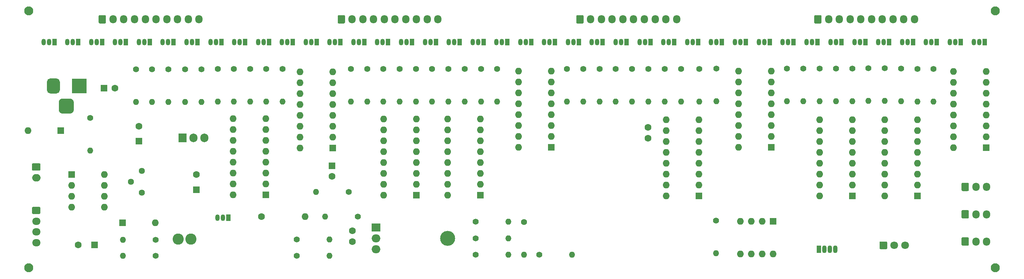
<source format=gbr>
%TF.GenerationSoftware,KiCad,Pcbnew,5.1.9+dfsg1-1+deb11u1*%
%TF.CreationDate,2023-02-08T13:18:22+08:00*%
%TF.ProjectId,OpenNixie,4f70656e-4e69-4786-9965-2e6b69636164,v1.3*%
%TF.SameCoordinates,Original*%
%TF.FileFunction,Soldermask,Bot*%
%TF.FilePolarity,Negative*%
%FSLAX46Y46*%
G04 Gerber Fmt 4.6, Leading zero omitted, Abs format (unit mm)*
G04 Created by KiCad (PCBNEW 5.1.9+dfsg1-1+deb11u1) date 2023-02-08 13:18:22*
%MOMM*%
%LPD*%
G01*
G04 APERTURE LIST*
%ADD10C,2.100000*%
%ADD11C,1.600000*%
%ADD12R,1.600000X1.600000*%
%ADD13O,1.600000X1.600000*%
%ADD14O,1.700000X1.950000*%
%ADD15O,1.950000X1.700000*%
%ADD16O,2.000000X1.700000*%
%ADD17O,3.500000X3.500000*%
%ADD18R,2.000000X1.905000*%
%ADD19O,2.000000X1.905000*%
%ADD20C,1.800000*%
%ADD21R,1.905000X2.000000*%
%ADD22O,1.905000X2.000000*%
%ADD23C,1.440000*%
%ADD24O,1.400000X1.400000*%
%ADD25C,1.400000*%
%ADD26R,1.050000X1.500000*%
%ADD27O,1.050000X1.500000*%
%ADD28C,2.600000*%
%ADD29R,3.500000X3.500000*%
%ADD30O,1.070000X1.800000*%
%ADD31R,1.070000X1.800000*%
G04 APERTURE END LIST*
D10*
%TO.C,REF\u002A\u002A*%
X321900000Y-184350000D03*
%TD*%
%TO.C,REF\u002A\u002A*%
X321900000Y-124400000D03*
%TD*%
%TO.C,REF\u002A\u002A*%
X96900000Y-124400000D03*
%TD*%
%TO.C,REF\u002A\u002A*%
X96900000Y-184350000D03*
%TD*%
D11*
%TO.C,C7*%
X108350000Y-179000000D03*
D12*
X112150000Y-179000000D03*
%TD*%
%TO.C,U14*%
X288650000Y-167600000D03*
D13*
X281030000Y-149820000D03*
X288650000Y-165060000D03*
X281030000Y-152360000D03*
X288650000Y-162520000D03*
X281030000Y-154900000D03*
X288650000Y-159980000D03*
X281030000Y-157440000D03*
X288650000Y-157440000D03*
X281030000Y-159980000D03*
X288650000Y-154900000D03*
X281030000Y-162520000D03*
X288650000Y-152360000D03*
X281030000Y-165060000D03*
X288650000Y-149820000D03*
X281030000Y-167600000D03*
%TD*%
D14*
%TO.C,J10*%
X303100000Y-126350000D03*
X300600000Y-126350000D03*
X298100000Y-126350000D03*
X295600000Y-126350000D03*
X293100000Y-126350000D03*
X290600000Y-126350000D03*
X288100000Y-126350000D03*
X285600000Y-126350000D03*
X283100000Y-126350000D03*
G36*
G01*
X279750000Y-127075000D02*
X279750000Y-125625000D01*
G75*
G02*
X280000000Y-125375000I250000J0D01*
G01*
X281200000Y-125375000D01*
G75*
G02*
X281450000Y-125625000I0J-250000D01*
G01*
X281450000Y-127075000D01*
G75*
G02*
X281200000Y-127325000I-250000J0D01*
G01*
X280000000Y-127325000D01*
G75*
G02*
X279750000Y-127075000I0J250000D01*
G01*
G37*
%TD*%
%TO.C,J9*%
X247700000Y-126350000D03*
X245200000Y-126350000D03*
X242700000Y-126350000D03*
X240200000Y-126350000D03*
X237700000Y-126350000D03*
X235200000Y-126350000D03*
X232700000Y-126350000D03*
X230200000Y-126350000D03*
X227700000Y-126350000D03*
G36*
G01*
X224350000Y-127075000D02*
X224350000Y-125625000D01*
G75*
G02*
X224600000Y-125375000I250000J0D01*
G01*
X225800000Y-125375000D01*
G75*
G02*
X226050000Y-125625000I0J-250000D01*
G01*
X226050000Y-127075000D01*
G75*
G02*
X225800000Y-127325000I-250000J0D01*
G01*
X224600000Y-127325000D01*
G75*
G02*
X224350000Y-127075000I0J250000D01*
G01*
G37*
%TD*%
%TO.C,J8*%
X192150000Y-126350000D03*
X189650000Y-126350000D03*
X187150000Y-126350000D03*
X184650000Y-126350000D03*
X182150000Y-126350000D03*
X179650000Y-126350000D03*
X177150000Y-126350000D03*
X174650000Y-126350000D03*
X172150000Y-126350000D03*
G36*
G01*
X168800000Y-127075000D02*
X168800000Y-125625000D01*
G75*
G02*
X169050000Y-125375000I250000J0D01*
G01*
X170250000Y-125375000D01*
G75*
G02*
X170500000Y-125625000I0J-250000D01*
G01*
X170500000Y-127075000D01*
G75*
G02*
X170250000Y-127325000I-250000J0D01*
G01*
X169050000Y-127325000D01*
G75*
G02*
X168800000Y-127075000I0J250000D01*
G01*
G37*
%TD*%
%TO.C,J7*%
X136500000Y-126350000D03*
X134000000Y-126350000D03*
X131500000Y-126350000D03*
X129000000Y-126350000D03*
X126500000Y-126350000D03*
X124000000Y-126350000D03*
X121500000Y-126350000D03*
X119000000Y-126350000D03*
X116500000Y-126350000D03*
G36*
G01*
X113150000Y-127075000D02*
X113150000Y-125625000D01*
G75*
G02*
X113400000Y-125375000I250000J0D01*
G01*
X114600000Y-125375000D01*
G75*
G02*
X114850000Y-125625000I0J-250000D01*
G01*
X114850000Y-127075000D01*
G75*
G02*
X114600000Y-127325000I-250000J0D01*
G01*
X113400000Y-127325000D01*
G75*
G02*
X113150000Y-127075000I0J250000D01*
G01*
G37*
%TD*%
%TO.C,J6*%
X319900000Y-178200000D03*
X317400000Y-178200000D03*
G36*
G01*
X314050000Y-178925000D02*
X314050000Y-177475000D01*
G75*
G02*
X314300000Y-177225000I250000J0D01*
G01*
X315500000Y-177225000D01*
G75*
G02*
X315750000Y-177475000I0J-250000D01*
G01*
X315750000Y-178925000D01*
G75*
G02*
X315500000Y-179175000I-250000J0D01*
G01*
X314300000Y-179175000D01*
G75*
G02*
X314050000Y-178925000I0J250000D01*
G01*
G37*
%TD*%
D15*
%TO.C,J5*%
X98600000Y-178450000D03*
X98600000Y-175950000D03*
X98600000Y-173450000D03*
G36*
G01*
X97875000Y-170100000D02*
X99325000Y-170100000D01*
G75*
G02*
X99575000Y-170350000I0J-250000D01*
G01*
X99575000Y-171550000D01*
G75*
G02*
X99325000Y-171800000I-250000J0D01*
G01*
X97875000Y-171800000D01*
G75*
G02*
X97625000Y-171550000I0J250000D01*
G01*
X97625000Y-170350000D01*
G75*
G02*
X97875000Y-170100000I250000J0D01*
G01*
G37*
%TD*%
D14*
%TO.C,J3*%
X319900000Y-165450000D03*
X317400000Y-165450000D03*
G36*
G01*
X314050000Y-166175000D02*
X314050000Y-164725000D01*
G75*
G02*
X314300000Y-164475000I250000J0D01*
G01*
X315500000Y-164475000D01*
G75*
G02*
X315750000Y-164725000I0J-250000D01*
G01*
X315750000Y-166175000D01*
G75*
G02*
X315500000Y-166425000I-250000J0D01*
G01*
X314300000Y-166425000D01*
G75*
G02*
X314050000Y-166175000I0J250000D01*
G01*
G37*
%TD*%
%TO.C,J2*%
X319900000Y-171850000D03*
X317400000Y-171850000D03*
G36*
G01*
X314050000Y-172575000D02*
X314050000Y-171125000D01*
G75*
G02*
X314300000Y-170875000I250000J0D01*
G01*
X315500000Y-170875000D01*
G75*
G02*
X315750000Y-171125000I0J-250000D01*
G01*
X315750000Y-172575000D01*
G75*
G02*
X315500000Y-172825000I-250000J0D01*
G01*
X314300000Y-172825000D01*
G75*
G02*
X314050000Y-172575000I0J250000D01*
G01*
G37*
%TD*%
D16*
%TO.C,J1*%
X98600000Y-163300000D03*
G36*
G01*
X97850000Y-159950000D02*
X99350000Y-159950000D01*
G75*
G02*
X99600000Y-160200000I0J-250000D01*
G01*
X99600000Y-161400000D01*
G75*
G02*
X99350000Y-161650000I-250000J0D01*
G01*
X97850000Y-161650000D01*
G75*
G02*
X97600000Y-161400000I0J250000D01*
G01*
X97600000Y-160200000D01*
G75*
G02*
X97850000Y-159950000I250000J0D01*
G01*
G37*
%TD*%
D13*
%TO.C,U12*%
X262130000Y-156200000D03*
X269750000Y-138420000D03*
X262130000Y-153660000D03*
X269750000Y-140960000D03*
X262130000Y-151120000D03*
X269750000Y-143500000D03*
X262130000Y-148580000D03*
X269750000Y-146040000D03*
X262130000Y-146040000D03*
X269750000Y-148580000D03*
X262130000Y-143500000D03*
X269750000Y-151120000D03*
X262130000Y-140960000D03*
X269750000Y-153660000D03*
X262130000Y-138420000D03*
D12*
X269750000Y-156200000D03*
%TD*%
D13*
%TO.C,U7*%
X160030000Y-156350000D03*
X167650000Y-138570000D03*
X160030000Y-153810000D03*
X167650000Y-141110000D03*
X160030000Y-151270000D03*
X167650000Y-143650000D03*
X160030000Y-148730000D03*
X167650000Y-146190000D03*
X160030000Y-146190000D03*
X167650000Y-148730000D03*
X160030000Y-143650000D03*
X167650000Y-151270000D03*
X160030000Y-141110000D03*
X167650000Y-153810000D03*
X160030000Y-138570000D03*
D12*
X167650000Y-156350000D03*
%TD*%
D17*
%TO.C,Q2*%
X194360000Y-177490000D03*
D18*
X177700000Y-174950000D03*
D19*
X177700000Y-177490000D03*
X177700000Y-180030000D03*
%TD*%
D12*
%TO.C,U16*%
X303800000Y-167600000D03*
D13*
X296180000Y-149820000D03*
X303800000Y-165060000D03*
X296180000Y-152360000D03*
X303800000Y-162520000D03*
X296180000Y-154900000D03*
X303800000Y-159980000D03*
X296180000Y-157440000D03*
X303800000Y-157440000D03*
X296180000Y-159980000D03*
X303800000Y-154900000D03*
X296180000Y-162520000D03*
X303800000Y-152360000D03*
X296180000Y-165060000D03*
X303800000Y-149820000D03*
X296180000Y-167600000D03*
%TD*%
D12*
%TO.C,U15*%
X252900000Y-167550000D03*
D13*
X245280000Y-149770000D03*
X252900000Y-165010000D03*
X245280000Y-152310000D03*
X252900000Y-162470000D03*
X245280000Y-154850000D03*
X252900000Y-159930000D03*
X245280000Y-157390000D03*
X252900000Y-157390000D03*
X245280000Y-159930000D03*
X252900000Y-154850000D03*
X245280000Y-162470000D03*
X252900000Y-152310000D03*
X245280000Y-165010000D03*
X252900000Y-149770000D03*
X245280000Y-167550000D03*
%TD*%
%TO.C,U13*%
X312180000Y-156300000D03*
X319800000Y-138520000D03*
X312180000Y-153760000D03*
X319800000Y-141060000D03*
X312180000Y-151220000D03*
X319800000Y-143600000D03*
X312180000Y-148680000D03*
X319800000Y-146140000D03*
X312180000Y-146140000D03*
X319800000Y-148680000D03*
X312180000Y-143600000D03*
X319800000Y-151220000D03*
X312180000Y-141060000D03*
X319800000Y-153760000D03*
X312180000Y-138520000D03*
D12*
X319800000Y-156300000D03*
%TD*%
%TO.C,U11*%
X202050000Y-167400000D03*
D13*
X194430000Y-149620000D03*
X202050000Y-164860000D03*
X194430000Y-152160000D03*
X202050000Y-162320000D03*
X194430000Y-154700000D03*
X202050000Y-159780000D03*
X194430000Y-157240000D03*
X202050000Y-157240000D03*
X194430000Y-159780000D03*
X202050000Y-154700000D03*
X194430000Y-162320000D03*
X202050000Y-152160000D03*
X194430000Y-164860000D03*
X202050000Y-149620000D03*
X194430000Y-167400000D03*
%TD*%
D12*
%TO.C,U10*%
X152100000Y-167350000D03*
D13*
X144480000Y-149570000D03*
X152100000Y-164810000D03*
X144480000Y-152110000D03*
X152100000Y-162270000D03*
X144480000Y-154650000D03*
X152100000Y-159730000D03*
X144480000Y-157190000D03*
X152100000Y-157190000D03*
X144480000Y-159730000D03*
X152100000Y-154650000D03*
X144480000Y-162270000D03*
X152100000Y-152110000D03*
X144480000Y-164810000D03*
X152100000Y-149570000D03*
X144480000Y-167350000D03*
%TD*%
D12*
%TO.C,U9*%
X187100000Y-167400000D03*
D13*
X179480000Y-149620000D03*
X187100000Y-164860000D03*
X179480000Y-152160000D03*
X187100000Y-162320000D03*
X179480000Y-154700000D03*
X187100000Y-159780000D03*
X179480000Y-157240000D03*
X187100000Y-157240000D03*
X179480000Y-159780000D03*
X187100000Y-154700000D03*
X179480000Y-162320000D03*
X187100000Y-152160000D03*
X179480000Y-164860000D03*
X187100000Y-149620000D03*
X179480000Y-167400000D03*
%TD*%
%TO.C,U8*%
X210880000Y-156250000D03*
X218500000Y-138470000D03*
X210880000Y-153710000D03*
X218500000Y-141010000D03*
X210880000Y-151170000D03*
X218500000Y-143550000D03*
X210880000Y-148630000D03*
X218500000Y-146090000D03*
X210880000Y-146090000D03*
X218500000Y-148630000D03*
X210880000Y-143550000D03*
X218500000Y-151170000D03*
X210880000Y-141010000D03*
X218500000Y-153710000D03*
X210880000Y-138470000D03*
D12*
X218500000Y-156250000D03*
%TD*%
D20*
%TO.C,U6*%
X300930000Y-179100000D03*
X298390000Y-179100000D03*
G36*
G01*
X294950000Y-179751600D02*
X294950000Y-178448400D01*
G75*
G02*
X295198400Y-178200000I248400J0D01*
G01*
X296501600Y-178200000D01*
G75*
G02*
X296750000Y-178448400I0J-248400D01*
G01*
X296750000Y-179751600D01*
G75*
G02*
X296501600Y-180000000I-248400J0D01*
G01*
X295198400Y-180000000D01*
G75*
G02*
X294950000Y-179751600I0J248400D01*
G01*
G37*
%TD*%
D13*
%TO.C,U5*%
X270150000Y-181120000D03*
X262530000Y-173500000D03*
X267610000Y-181120000D03*
X265070000Y-173500000D03*
X265070000Y-181120000D03*
X267610000Y-173500000D03*
X262530000Y-181120000D03*
D12*
X270150000Y-173500000D03*
%TD*%
%TO.C,U2*%
X106850000Y-162600000D03*
D13*
X114470000Y-170220000D03*
X106850000Y-165140000D03*
X114470000Y-167680000D03*
X106850000Y-167680000D03*
X114470000Y-165140000D03*
X106850000Y-170220000D03*
X114470000Y-162600000D03*
%TD*%
D21*
%TO.C,U1*%
X132650000Y-154050000D03*
D22*
X135190000Y-154050000D03*
X137730000Y-154050000D03*
%TD*%
D13*
%TO.C,SW1*%
X96730000Y-152350000D03*
D12*
X104350000Y-152350000D03*
%TD*%
D23*
%TO.C,RV1*%
X123150000Y-161750000D03*
X120610000Y-164290000D03*
X123150000Y-166830000D03*
%TD*%
D24*
%TO.C,R54*%
X296150000Y-145420000D03*
D25*
X296150000Y-137800000D03*
%TD*%
D24*
%TO.C,R53*%
X244950000Y-145520000D03*
D25*
X244950000Y-137900000D03*
%TD*%
D24*
%TO.C,R52*%
X303750000Y-145520000D03*
D25*
X303750000Y-137900000D03*
%TD*%
D24*
%TO.C,R51*%
X307500000Y-145520000D03*
D25*
X307500000Y-137900000D03*
%TD*%
D24*
%TO.C,R50*%
X252950000Y-145570000D03*
D25*
X252950000Y-137950000D03*
%TD*%
D24*
%TO.C,R49*%
X256950000Y-145470000D03*
D25*
X256950000Y-137850000D03*
%TD*%
D24*
%TO.C,R48*%
X299950000Y-145470000D03*
D25*
X299950000Y-137850000D03*
%TD*%
D24*
%TO.C,R47*%
X248750000Y-145520000D03*
D25*
X248750000Y-137900000D03*
%TD*%
D24*
%TO.C,R46*%
X288600000Y-145470000D03*
D25*
X288600000Y-137850000D03*
%TD*%
D24*
%TO.C,R45*%
X237350000Y-145520000D03*
D25*
X237350000Y-137900000D03*
%TD*%
D24*
%TO.C,R44*%
X292350000Y-145420000D03*
D25*
X292350000Y-137800000D03*
%TD*%
D24*
%TO.C,R43*%
X241150000Y-145520000D03*
D25*
X241150000Y-137900000D03*
%TD*%
D24*
%TO.C,R42*%
X281000000Y-145470000D03*
D25*
X281000000Y-137850000D03*
%TD*%
D24*
%TO.C,R41*%
X229750000Y-145520000D03*
D25*
X229750000Y-137900000D03*
%TD*%
D24*
%TO.C,R40*%
X284800000Y-145470000D03*
D25*
X284800000Y-137850000D03*
%TD*%
D24*
%TO.C,R39*%
X233550000Y-145520000D03*
D25*
X233550000Y-137900000D03*
%TD*%
D24*
%TO.C,R38*%
X273350000Y-145470000D03*
D25*
X273350000Y-137850000D03*
%TD*%
D24*
%TO.C,R37*%
X222150000Y-145520000D03*
D25*
X222150000Y-137900000D03*
%TD*%
D24*
%TO.C,R36*%
X277200000Y-145470000D03*
D25*
X277200000Y-137850000D03*
%TD*%
D24*
%TO.C,R35*%
X225950000Y-145520000D03*
D25*
X225950000Y-137900000D03*
%TD*%
D24*
%TO.C,R34*%
X194550000Y-145520000D03*
D25*
X194550000Y-137900000D03*
%TD*%
D24*
%TO.C,R33*%
X144600000Y-145570000D03*
D25*
X144600000Y-137950000D03*
%TD*%
D24*
%TO.C,R32*%
X202150000Y-145520000D03*
D25*
X202150000Y-137900000D03*
%TD*%
D24*
%TO.C,R31*%
X205900000Y-145520000D03*
D25*
X205900000Y-137900000D03*
%TD*%
D24*
%TO.C,R30*%
X152150000Y-145570000D03*
D25*
X152150000Y-137950000D03*
%TD*%
D24*
%TO.C,R29*%
X155950000Y-145570000D03*
D25*
X155950000Y-137950000D03*
%TD*%
D24*
%TO.C,R28*%
X198350000Y-145520000D03*
D25*
X198350000Y-137900000D03*
%TD*%
D24*
%TO.C,R27*%
X148400000Y-145570000D03*
D25*
X148400000Y-137950000D03*
%TD*%
D24*
%TO.C,R26*%
X187000000Y-145520000D03*
D25*
X187000000Y-137900000D03*
%TD*%
D24*
%TO.C,R25*%
X137050000Y-145620000D03*
D25*
X137050000Y-138000000D03*
%TD*%
D24*
%TO.C,R24*%
X190750000Y-145520000D03*
D25*
X190750000Y-137900000D03*
%TD*%
D24*
%TO.C,R23*%
X140850000Y-145570000D03*
D25*
X140850000Y-137950000D03*
%TD*%
D24*
%TO.C,R22*%
X179400000Y-145520000D03*
D25*
X179400000Y-137900000D03*
%TD*%
D24*
%TO.C,R21*%
X129400000Y-145620000D03*
D25*
X129400000Y-138000000D03*
%TD*%
D24*
%TO.C,R20*%
X183200000Y-145520000D03*
D25*
X183200000Y-137900000D03*
%TD*%
D24*
%TO.C,R19*%
X133250000Y-145620000D03*
D25*
X133250000Y-138000000D03*
%TD*%
%TO.C,R18*%
X171900000Y-137900000D03*
D24*
X171900000Y-145520000D03*
%TD*%
%TO.C,R17*%
X121800000Y-145620000D03*
D25*
X121800000Y-138000000D03*
%TD*%
D24*
%TO.C,R16*%
X175650000Y-145520000D03*
D25*
X175650000Y-137900000D03*
%TD*%
D24*
%TO.C,R15*%
X125600000Y-145620000D03*
D25*
X125600000Y-138000000D03*
%TD*%
D13*
%TO.C,R14*%
X161210000Y-172400000D03*
D11*
X151050000Y-172400000D03*
%TD*%
D24*
%TO.C,R13*%
X256850000Y-180970000D03*
D25*
X256850000Y-173350000D03*
%TD*%
D24*
%TO.C,R12*%
X166920000Y-181550000D03*
D25*
X159300000Y-181550000D03*
%TD*%
D24*
%TO.C,R11*%
X166920000Y-177750000D03*
D25*
X159300000Y-177750000D03*
%TD*%
D24*
%TO.C,R10*%
X212200000Y-181250000D03*
D25*
X212200000Y-173630000D03*
%TD*%
D24*
%TO.C,R9*%
X208570000Y-173600000D03*
D25*
X200950000Y-173600000D03*
%TD*%
D24*
%TO.C,R8*%
X208570000Y-177450000D03*
D25*
X200950000Y-177450000D03*
%TD*%
D24*
%TO.C,R7*%
X208570000Y-181300000D03*
D25*
X200950000Y-181300000D03*
%TD*%
D24*
%TO.C,R6*%
X118830000Y-177850000D03*
D25*
X126450000Y-177850000D03*
%TD*%
D24*
%TO.C,R5*%
X118780000Y-181550000D03*
D25*
X126400000Y-181550000D03*
%TD*%
D24*
%TO.C,R4*%
X163780000Y-166600000D03*
D25*
X171400000Y-166600000D03*
%TD*%
%TO.C,R3*%
X173450000Y-172350000D03*
D24*
X165830000Y-172350000D03*
%TD*%
%TO.C,R2*%
X111200000Y-157020000D03*
D25*
X111200000Y-149400000D03*
%TD*%
D24*
%TO.C,R1*%
X223320000Y-181300000D03*
D25*
X215700000Y-181300000D03*
%TD*%
D26*
%TO.C,Q42*%
X319450000Y-131700000D03*
D27*
X316910000Y-131700000D03*
X318180000Y-131700000D03*
%TD*%
D26*
%TO.C,Q41*%
X263800000Y-131700000D03*
D27*
X261260000Y-131700000D03*
X262530000Y-131700000D03*
%TD*%
D26*
%TO.C,Q40*%
X313850000Y-131700000D03*
D27*
X311310000Y-131700000D03*
X312580000Y-131700000D03*
%TD*%
D26*
%TO.C,Q39*%
X258250000Y-131700000D03*
D27*
X255710000Y-131700000D03*
X256980000Y-131700000D03*
%TD*%
D26*
%TO.C,Q38*%
X302750000Y-131700000D03*
D27*
X300210000Y-131700000D03*
X301480000Y-131700000D03*
%TD*%
D26*
%TO.C,Q37*%
X247150000Y-131700000D03*
D27*
X244610000Y-131700000D03*
X245880000Y-131700000D03*
%TD*%
D26*
%TO.C,Q36*%
X308300000Y-131700000D03*
D27*
X305760000Y-131700000D03*
X307030000Y-131700000D03*
%TD*%
D26*
%TO.C,Q35*%
X252700000Y-131700000D03*
D27*
X250160000Y-131700000D03*
X251430000Y-131700000D03*
%TD*%
D26*
%TO.C,Q34*%
X291650000Y-131700000D03*
D27*
X289110000Y-131700000D03*
X290380000Y-131700000D03*
%TD*%
D26*
%TO.C,Q33*%
X236050000Y-131700000D03*
D27*
X233510000Y-131700000D03*
X234780000Y-131700000D03*
%TD*%
D26*
%TO.C,Q32*%
X297200000Y-131700000D03*
D27*
X294660000Y-131700000D03*
X295930000Y-131700000D03*
%TD*%
D26*
%TO.C,Q31*%
X241600000Y-131700000D03*
D27*
X239060000Y-131700000D03*
X240330000Y-131700000D03*
%TD*%
D26*
%TO.C,Q30*%
X280520000Y-131700000D03*
D27*
X277980000Y-131700000D03*
X279250000Y-131700000D03*
%TD*%
D26*
%TO.C,Q29*%
X224950000Y-131700000D03*
D27*
X222410000Y-131700000D03*
X223680000Y-131700000D03*
%TD*%
D26*
%TO.C,Q28*%
X286100000Y-131700000D03*
D27*
X283560000Y-131700000D03*
X284830000Y-131700000D03*
%TD*%
D26*
%TO.C,Q27*%
X230500000Y-131700000D03*
D27*
X227960000Y-131700000D03*
X229230000Y-131700000D03*
%TD*%
D26*
%TO.C,Q26*%
X269370000Y-131700000D03*
D27*
X266830000Y-131700000D03*
X268100000Y-131700000D03*
%TD*%
%TO.C,Q25*%
X212580000Y-131700000D03*
X211310000Y-131700000D03*
D26*
X213850000Y-131700000D03*
%TD*%
%TO.C,Q24*%
X274950000Y-131700000D03*
D27*
X272410000Y-131700000D03*
X273680000Y-131700000D03*
%TD*%
%TO.C,Q23*%
X218130000Y-131700000D03*
X216860000Y-131700000D03*
D26*
X219400000Y-131700000D03*
%TD*%
D27*
%TO.C,Q22*%
X207030000Y-131700000D03*
X205760000Y-131700000D03*
D26*
X208300000Y-131700000D03*
%TD*%
%TO.C,Q21*%
X152800000Y-131700000D03*
D27*
X150260000Y-131700000D03*
X151530000Y-131700000D03*
%TD*%
%TO.C,Q20*%
X201480000Y-131700000D03*
X200210000Y-131700000D03*
D26*
X202750000Y-131700000D03*
%TD*%
%TO.C,Q19*%
X147250000Y-131700000D03*
D27*
X144710000Y-131700000D03*
X145980000Y-131700000D03*
%TD*%
%TO.C,Q18*%
X190380000Y-131700000D03*
X189110000Y-131700000D03*
D26*
X191650000Y-131700000D03*
%TD*%
%TO.C,Q17*%
X136150000Y-131700000D03*
D27*
X133610000Y-131700000D03*
X134880000Y-131700000D03*
%TD*%
%TO.C,Q16*%
X195930000Y-131700000D03*
X194660000Y-131700000D03*
D26*
X197200000Y-131700000D03*
%TD*%
%TO.C,Q15*%
X141700000Y-131700000D03*
D27*
X139160000Y-131700000D03*
X140430000Y-131700000D03*
%TD*%
%TO.C,Q14*%
X179280000Y-131700000D03*
X178010000Y-131700000D03*
D26*
X180550000Y-131700000D03*
%TD*%
%TO.C,Q13*%
X125050000Y-131700000D03*
D27*
X122510000Y-131700000D03*
X123780000Y-131700000D03*
%TD*%
%TO.C,Q12*%
X184830000Y-131700000D03*
X183560000Y-131700000D03*
D26*
X186100000Y-131700000D03*
%TD*%
%TO.C,Q11*%
X130600000Y-131700000D03*
D27*
X128060000Y-131700000D03*
X129330000Y-131700000D03*
%TD*%
%TO.C,Q10*%
X168180000Y-131700000D03*
X166910000Y-131700000D03*
D26*
X169450000Y-131700000D03*
%TD*%
%TO.C,Q9*%
X113950000Y-131700000D03*
D27*
X111410000Y-131700000D03*
X112680000Y-131700000D03*
%TD*%
%TO.C,Q8*%
X173730000Y-131700000D03*
X172460000Y-131700000D03*
D26*
X175000000Y-131700000D03*
%TD*%
%TO.C,Q7*%
X119500000Y-131700000D03*
D27*
X116960000Y-131700000D03*
X118230000Y-131700000D03*
%TD*%
%TO.C,Q6*%
X157080000Y-131700000D03*
X155810000Y-131700000D03*
D26*
X158350000Y-131700000D03*
%TD*%
%TO.C,Q5*%
X102850000Y-131700000D03*
D27*
X100310000Y-131700000D03*
X101580000Y-131700000D03*
%TD*%
%TO.C,Q4*%
X162630000Y-131700000D03*
X161360000Y-131700000D03*
D26*
X163900000Y-131700000D03*
%TD*%
%TO.C,Q3*%
X108400000Y-131700000D03*
D27*
X105860000Y-131700000D03*
X107130000Y-131700000D03*
%TD*%
D26*
%TO.C,Q1*%
X143350000Y-172650000D03*
D27*
X140810000Y-172650000D03*
X142080000Y-172650000D03*
%TD*%
D28*
%TO.C,L1*%
X131650000Y-177650000D03*
X134650000Y-177650000D03*
%TD*%
D29*
%TO.C,J4*%
X108600000Y-141900000D03*
G36*
G01*
X101100000Y-142900000D02*
X101100000Y-140900000D01*
G75*
G02*
X101850000Y-140150000I750000J0D01*
G01*
X103350000Y-140150000D01*
G75*
G02*
X104100000Y-140900000I0J-750000D01*
G01*
X104100000Y-142900000D01*
G75*
G02*
X103350000Y-143650000I-750000J0D01*
G01*
X101850000Y-143650000D01*
G75*
G02*
X101100000Y-142900000I0J750000D01*
G01*
G37*
G36*
G01*
X103850000Y-147475000D02*
X103850000Y-145725000D01*
G75*
G02*
X104725000Y-144850000I875000J0D01*
G01*
X106475000Y-144850000D01*
G75*
G02*
X107350000Y-145725000I0J-875000D01*
G01*
X107350000Y-147475000D01*
G75*
G02*
X106475000Y-148350000I-875000J0D01*
G01*
X104725000Y-148350000D01*
G75*
G02*
X103850000Y-147475000I0J875000D01*
G01*
G37*
%TD*%
D30*
%TO.C,D3*%
X284660000Y-180000000D03*
X283390000Y-180000000D03*
X282120000Y-180000000D03*
D31*
X280850000Y-180000000D03*
%TD*%
D12*
%TO.C,D1*%
X118700000Y-173850000D03*
D13*
X126320000Y-173850000D03*
%TD*%
D11*
%TO.C,C8*%
X172250000Y-178200000D03*
X172250000Y-175700000D03*
%TD*%
%TO.C,C5*%
X122550000Y-151300000D03*
D12*
X122550000Y-154800000D03*
%TD*%
D11*
%TO.C,C4*%
X241050000Y-151600000D03*
X241050000Y-154100000D03*
%TD*%
%TO.C,C3*%
X135850000Y-162600000D03*
D12*
X135850000Y-166100000D03*
%TD*%
D11*
%TO.C,C2*%
X116900000Y-142450000D03*
D12*
X114400000Y-142450000D03*
%TD*%
D11*
%TO.C,C1*%
X167500000Y-163000000D03*
D12*
X167500000Y-160500000D03*
%TD*%
M02*

</source>
